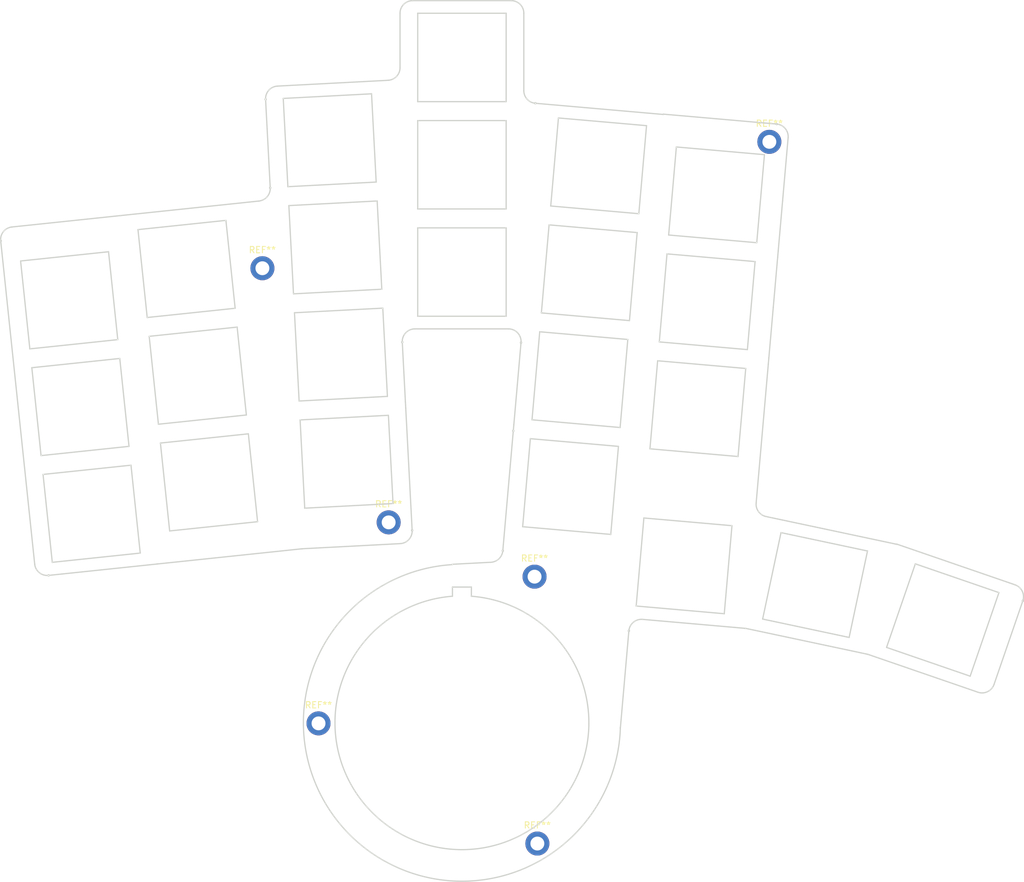
<source format=kicad_pcb>
(kicad_pcb (version 20211014) (generator pcbnew)
  (title_block (title "skyline_pcb") (rev "v1.0.0") (company "Unknown"))
  (layers (0 "F.Cu" signal) (31 "B.Cu" signal) (34 "B.Paste" user) (35 "F.Paste" user) (36 "B.SilkS" user "B.Silkscreen") (37 "F.SilkS" user "F.Silkscreen") (38 "B.Mask" user) (39 "F.Mask" user) (44 "Edge.Cuts" user))
  (net 0 "")
  (footprint "MountingHole:MountingHole_2.2mm_M2_DIN965_Pad_TopBottom" (layer "F.Cu") (at 201.949696 142.778726)
    (fp_text reference "REF**" (at 0 -2.9) (layer "F.SilkS"))
    (fp_text value "MountingHole_2.2mm_M2_DIN965_Pad_TopBottom")
    (pad "1" connect circle (at 0 0) (size 3.8 3.8) (layers "B.Cu" "B.Mask"))
    (pad "1" thru_hole circle (at 0 0) (size 2.6 2.6) (drill 2.2) (layers *.Cu *.Mask))
    (pad "1" connect circle (at 0 0) (size 3.8 3.8) (layers "F.Cu" "F.Mask"))
  )
  (footprint "MountingHole:MountingHole_2.2mm_M2_DIN965_Pad_TopBottom" (layer "F.Cu") (at 121.68498 162.802414)
    (fp_text reference "REF**" (at 0 -2.9) (layer "F.SilkS"))
    (fp_text value "MountingHole_2.2mm_M2_DIN965_Pad_TopBottom")
    (pad "1" connect circle (at 0 0) (size 3.8 3.8) (layers "F.Cu" "F.Mask"))
    (pad "1" connect circle (at 0 0) (size 3.8 3.8) (layers "B.Cu" "B.Mask"))
    (pad "1" thru_hole circle (at 0 0) (size 2.6 2.6) (drill 2.2) (layers *.Cu *.Mask))
  )
  (footprint "MountingHole:MountingHole_2.2mm_M2_DIN965_Pad_TopBottom" (layer "F.Cu") (at 164.77498 211.662414)
    (fp_text reference "REF**" (at 0 -2.9) (layer "F.SilkS"))
    (fp_text value "MountingHole_2.2mm_M2_DIN965_Pad_TopBottom")
    (pad "1" connect circle (at 0 0) (size 3.8 3.8) (layers "B.Cu" "B.Mask"))
    (pad "1" connect circle (at 0 0) (size 3.8 3.8) (layers "F.Cu" "F.Mask"))
    (pad "1" thru_hole circle (at 0 0) (size 2.6 2.6) (drill 2.2) (layers *.Cu *.Mask))
  )
  (footprint "MountingHole:MountingHole_2.2mm_M2_DIN965_Pad_TopBottom" (layer "F.Cu") (at 141.67498 203.062414)
    (fp_text reference "REF**" (at 0 -2.9) (layer "F.SilkS"))
    (fp_text value "MountingHole_2.2mm_M2_DIN965_Pad_TopBottom")
    (pad "1" connect circle (at 0 0) (size 3.8 3.8) (layers "B.Cu" "B.Mask"))
    (pad "1" connect circle (at 0 0) (size 3.8 3.8) (layers "F.Cu" "F.Mask"))
    (pad "1" thru_hole circle (at 0 0) (size 2.6 2.6) (drill 2.2) (layers *.Cu *.Mask))
  )
  (footprint "MountingHole:MountingHole_2.2mm_M2_DIN965_Pad_TopBottom" (layer "F.Cu") (at 165.219529 253.941711)
    (fp_text reference "REF**" (at 0 -2.9) (layer "F.SilkS"))
    (fp_text value "MountingHole_2.2mm_M2_DIN965_Pad_TopBottom")
    (pad "1" thru_hole circle (at 0 0) (size 2.6 2.6) (drill 2.2) (layers *.Cu *.Mask))
    (pad "1" connect circle (at 0 0) (size 3.8 3.8) (layers "F.Cu" "F.Mask"))
    (pad "1" connect circle (at 0 0) (size 3.8 3.8) (layers "B.Cu" "B.Mask"))
  )
  (footprint "MountingHole:MountingHole_2.2mm_M2_DIN965_Pad_TopBottom" (layer "F.Cu") (at 130.571078 234.9041)
    (fp_text reference "REF**" (at 0 -2.9) (layer "F.SilkS"))
    (fp_text value "MountingHole_2.2mm_M2_DIN965_Pad_TopBottom")
    (pad "1" connect circle (at 0 0) (size 3.8 3.8) (layers "B.Cu" "B.Mask"))
    (pad "1" thru_hole circle (at 0 0) (size 2.6 2.6) (drill 2.2) (layers *.Cu *.Mask))
    (pad "1" connect circle (at 0 0) (size 3.8 3.8) (layers "F.Cu" "F.Mask"))
  )
  (gr_arc (start 203.103219 139.961907) (mid 204.460997 140.668717) (end 204.921297 142.128608) (layer "Edge.Cuts") (width 0.2))
  (gr_line (start 178.366926 235.556075) (end 179.706189 220.248235) (layer "Edge.Cuts") (width 0.2))
  (gr_arc (start 240.841714 212.951893) (mid 241.988157 213.966195) (end 242.081615 215.494067) (layer "Edge.Cuts") (width 0.2))
  (gr_line (start 179.800731 171.099449) (end 181.020911 157.152723) (layer "Edge.Cuts") (width 0.2))
  (gr_line (start 196.03096 203.587634) (end 182.084234 202.367454) (layer "Edge.Cuts") (width 0.2))
  (gr_line (start 146.27498 136.409107) (end 160.27498 136.409107) (layer "Edge.Cuts") (width 0.2))
  (gr_line (start 145.82847 172.409107) (end 160.63936 172.409107) (layer "Edge.Cuts") (width 0.2))
  (gr_line (start 238.299541 214.191794) (end 225.062281 209.63384) (layer "Edge.Cuts") (width 0.2))
  (gr_line (start 184.524595 174.474002) (end 198.471321 175.694182) (layer "Edge.Cuts") (width 0.2))
  (gr_line (start 160.27498 139.409107) (end 146.27498 139.409107) (layer "Edge.Cuts") (width 0.2))
  (gr_line (start 126.607013 166.859529) (end 140.587827 166.126825) (layer "Edge.Cuts") (width 0.2))
  (gr_arc (start 87.831211 211.4625) (mid 87.831211 211.4625) (end 87.831211 211.4625) (layer "Edge.Cuts") (width 0.2))
  (gr_line (start 122.188436 136.048554) (end 122.922888 150.062739) (layer "Edge.Cuts") (width 0.2))
  (gr_line (start 105.536704 190.49692) (end 107.000103 204.420227) (layer "Edge.Cuts") (width 0.2))
  (gr_arc (start 203.103219 139.961907) (mid 203.103219 139.961907) (end 203.103219 139.961907) (layer "Edge.Cuts") (width 0.2))
  (gr_line (start 185.167357 138.442913) (end 185.171715 138.393104) (layer "Edge.Cuts") (width 0.2))
  (gr_line (start 119.460011 189.033522) (end 105.536704 190.49692) (layer "Edge.Cuts") (width 0.2))
  (gr_line (start 196.989673 192.629492) (end 198.209853 178.682766) (layer "Edge.Cuts") (width 0.2))
  (gr_line (start 199.952968 158.758873) (end 201.173149 144.812147) (layer "Edge.Cuts") (width 0.2))
  (gr_arc (start 145.39369 204.327659) (mid 144.882767 205.770648) (end 143.501103 206.42959) (layer "Edge.Cuts") (width 0.2))
  (gr_line (start 220.504327 222.8711) (end 233.741587 227.429054) (layer "Edge.Cuts") (width 0.2))
  (gr_line (start 198.209853 178.682766) (end 184.263128 177.462586) (layer "Edge.Cuts") (width 0.2))
  (gr_line (start 144.378373 184.954246) (end 145.39369 204.327659) (layer "Edge.Cuts") (width 0.2))
  (gr_line (start 119.146425 186.049956) (end 117.683027 172.12665) (layer "Edge.Cuts") (width 0.2))
  (gr_line (start 161.495856 187.566737) (end 162.63175 174.583418) (layer "Edge.Cuts") (width 0.2))
  (gr_line (start 168.555833 138.997233) (end 167.335653 152.943959) (layer "Edge.Cuts") (width 0.2))
  (gr_line (start 163.07498 134.677418) (end 163.07498 122.409107) (layer "Edge.Cuts") (width 0.2))
  (gr_arc (start 179.706189 220.248235) (mid 180.413006 218.890449) (end 181.872889 218.430157) (layer "Edge.Cuts") (width 0.2))
  (gr_line (start 164.372357 186.814578) (end 178.319083 188.034759) (layer "Edge.Cuts") (width 0.2))
  (gr_line (start 194.810779 217.53436) (end 196.03096 203.587634) (layer "Edge.Cuts") (width 0.2))
  (gr_line (start 140.744835 169.122714) (end 126.764021 169.855417) (layer "Edge.Cuts") (width 0.2))
  (gr_line (start 86.640788 192.482961) (end 100.564095 191.019563) (layer "Edge.Cuts") (width 0.2))
  (gr_line (start 217.65277 224.004472) (end 234.981487 229.971228) (layer "Edge.Cuts") (width 0.2))
  (gr_line (start 83.400406 161.652783) (end 84.863804 175.576089) (layer "Edge.Cuts") (width 0.2))
  (gr_line (start 146.27498 139.409107) (end 146.27498 153.409107) (layer "Edge.Cuts") (width 0.2))
  (gr_line (start 139.698116 149.150123) (end 138.965412 135.16931) (layer "Edge.Cuts") (width 0.2))
  (gr_line (start 167.074186 155.932543) (end 165.854005 169.879269) (layer "Edge.Cuts") (width 0.2))
  (gr_line (start 82.029881 156.266535) (end 99.23511 154.458192) (layer "Edge.Cuts") (width 0.2))
  (gr_line (start 178.319083 188.034759) (end 179.539264 174.088033) (layer "Edge.Cuts") (width 0.2))
  (gr_line (start 161.408701 188.562932) (end 161.495856 187.566737) (layer "Edge.Cuts") (width 0.2))
  (gr_line (start 141.477538 183.103527) (end 140.744835 169.122714) (layer "Edge.Cuts") (width 0.2))
  (gr_line (start 107.000103 204.420227) (end 120.923409 202.956829) (layer "Edge.Cuts") (width 0.2))
  (gr_line (start 160.27498 170.409107) (end 160.27498 156.409107) (layer "Edge.Cuts") (width 0.2))
  (gr_arc (start 237.523661 228.731327) (mid 236.509363 229.877762) (end 234.981487 229.971228) (layer "Edge.Cuts") (width 0.2))
  (gr_line (start 201.173149 144.812147) (end 187.226423 143.591966) (layer "Edge.Cuts") (width 0.2))
  (gr_arc (start 145.39369 204.327659) (mid 145.39369 204.327659) (end 145.39369 204.327659) (layer "Edge.Cuts") (width 0.2))
  (gr_line (start 198.122609 219.837967) (end 217.417457 223.939213) (layer "Edge.Cuts") (width 0.2))
  (gr_line (start 185.744775 160.527276) (end 184.524595 174.474002) (layer "Edge.Cuts") (width 0.2))
  (gr_line (start 181.020911 157.152723) (end 167.074186 155.932543) (layer "Edge.Cuts") (width 0.2))
  (gr_line (start 141.634546 186.099416) (end 127.653733 186.832119) (layer "Edge.Cuts") (width 0.2))
  (gr_line (start 203.352494 160.060112) (end 203.265338 161.056307) (layer "Edge.Cuts") (width 0.2))
  (gr_line (start 199.857412 200.009083) (end 201.783691 177.991617) (layer "Edge.Cuts") (width 0.2))
  (gr_line (start 100.564095 191.019563) (end 99.100696 177.096256) (layer "Edge.Cuts") (width 0.2))
  (gr_line (start 87.831211 211.4625) (end 105.03644 209.654158) (layer "Edge.Cuts") (width 0.2))
  (gr_line (start 138.965412 135.16931) (end 124.984599 135.902013) (layer "Edge.Cuts") (width 0.2))
  (gr_line (start 167.335653 152.943959) (end 181.282378 154.164139) (layer "Edge.Cuts") (width 0.2))
  (gr_line (start 184.263128 177.462586) (end 183.042947 191.409312) (layer "Edge.Cuts") (width 0.2))
  (gr_line (start 182.084234 202.367454) (end 180.864054 216.314179) (layer "Edge.Cuts") (width 0.2))
  (gr_line (start 117.683027 172.12665) (end 103.75972 173.590048) (layer "Edge.Cuts") (width 0.2))
  (gr_line (start 128.386436 200.812933) (end 142.367249 200.080229) (layer "Edge.Cuts") (width 0.2))
  (gr_line (start 164.900668 136.669808) (end 185.167357 138.442913) (layer "Edge.Cuts") (width 0.2))
  (gr_arc (start 159.746691 207.559791) (mid 159.746691 207.559791) (end 159.746691 207.559791) (layer "Edge.Cuts") (width 0.2))
  (gr_line (start 146.27498 170.409107) (end 160.27498 170.409107) (layer "Edge.Cuts") (width 0.2))
  (gr_line (start 204.921297 142.128608) (end 204.04974 152.090555) (layer "Edge.Cuts") (width 0.2))
  (gr_line (start 97.323712 160.189384) (end 83.400406 161.652783) (layer "Edge.Cuts") (width 0.2))
  (gr_line (start 203.795473 204.686322) (end 200.884709 218.380388) (layer "Edge.Cuts") (width 0.2))
  (gr_arc (start 122.922888 150.062739) (mid 122.922888 150.062739) (end 122.922888 150.062739) (layer "Edge.Cuts") (width 0.2))
  (gr_line (start 183.042947 191.409312) (end 196.989673 192.629492) (layer "Edge.Cuts") (width 0.2))
  (gr_line (start 157.858973 209.382739) (end 151.75162 209.702811) (layer "Edge.Cuts") (width 0.2))
  (gr_line (start 151.77498 213.309107) (end 151.77498 214.765155) (layer "Edge.Cuts") (width 0.2))
  (gr_arc (start 143.831211 174.513779) (mid 144.377707 173.032384) (end 145.82847 172.409107) (layer "Edge.Cuts") (width 0.2))
  (gr_line (start 84.863804 175.576089) (end 98.787111 174.112691) (layer "Edge.Cuts") (width 0.2))
  (gr_arc (start 80.249895 158.464636) (mid 80.684641 156.996932) (end 82.029882 156.266535) (layer "Edge.Cuts") (width 0.2))
  (gr_line (start 217.489539 207.597085) (end 203.795473 204.686322) (layer "Edge.Cuts") (width 0.2))
  (gr_line (start 160.27498 122.409107) (end 146.27498 122.409107) (layer "Edge.Cuts") (width 0.2))
  (gr_line (start 146.27498 153.409107) (end 160.27498 153.409107) (layer "Edge.Cuts") (width 0.2))
  (gr_arc (start 122.188436 136.048554) (mid 122.699403 134.605631) (end 124.081023 133.946623) (layer "Edge.Cuts") (width 0.2))
  (gr_arc (start 201.433978 202.139689) (mid 200.242091 201.373035) (end 199.857412 200.009083) (layer "Edge.Cuts") (width 0.2))
  (gr_line (start 140.587827 166.126825) (end 139.855123 152.146012) (layer "Edge.Cuts") (width 0.2))
  (gr_arc (start 159.746691 207.559791) (mid 159.143611 208.824142) (end 157.858973 209.382739) (layer "Edge.Cuts") (width 0.2))
  (gr_line (start 125.717302 149.882827) (end 139.698116 149.150123) (layer "Edge.Cuts") (width 0.2))
  (gr_line (start 99.100696 177.096256) (end 85.17739 178.559655) (layer "Edge.Cuts") (width 0.2))
  (gr_line (start 144.326037 183.955616) (end 144.378373 184.954246) (layer "Edge.Cuts") (width 0.2))
  (gr_line (start 151.75162 209.702811) (end 151.754366 209.75521) (layer "Edge.Cuts") (width 0.2))
  (gr_line (start 160.27498 156.409107) (end 146.27498 156.409107) (layer "Edge.Cuts") (width 0.2))
  (gr_line (start 202.568092 169.025865) (end 201.870846 176.995422) (layer "Edge.Cuts") (width 0.2))
  (gr_line (start 124.984599 135.902013) (end 125.717302 149.882827) (layer "Edge.Cuts") (width 0.2))
  (gr_line (start 159.746691 207.559791) (end 161.408701 188.562932) (layer "Edge.Cuts") (width 0.2))
  (gr_line (start 186.006242 157.538692) (end 199.952968 158.758873) (layer "Edge.Cuts") (width 0.2))
  (gr_line (start 225.062281 209.63384) (end 220.504327 222.8711) (layer "Edge.Cuts") (width 0.2))
  (gr_arc (start 87.831211 211.4625) (mid 86.363499 211.027759) (end 85.633111 209.682513) (layer "Edge.Cuts") (width 0.2))
  (gr_line (start 145.47498 120.409107) (end 161.07498 120.409107) (layer "Edge.Cuts") (width 0.2))
  (gr_line (start 143.831211 174.513779) (end 144.326037 183.955616) (layer "Edge.Cuts") (width 0.2))
  (gr_line (start 88.417772 209.389834) (end 102.341079 207.926435) (layer "Edge.Cuts") (width 0.2))
  (gr_line (start 214.578776 221.291152) (end 217.489539 207.597085) (layer "Edge.Cuts") (width 0.2))
  (gr_arc (start 178.360471 235.662395) (mid 135.764367 252.792113) (end 151.754366 209.75521) (layer "Edge.Cuts") (width 0.2))
  (gr_line (start 117.369441 169.143084) (end 115.906043 155.219778) (layer "Edge.Cuts") (width 0.2))
  (gr_arc (start 143.47498 131.0323) (mid 142.92572 132.409004) (end 141.579652 133.029559) (layer "Edge.Cuts") (width 0.2))
  (gr_arc (start 161.07498 120.409107) (mid 162.48921 120.994879) (end 163.07498 122.409107) (layer "Edge.Cuts") (width 0.2))
  (gr_line (start 181.282378 154.164139) (end 182.502559 140.217413) (layer "Edge.Cuts") (width 0.2))
  (gr_arc (start 164.900668 136.669808) (mid 163.600434 136.028588) (end 163.07498 134.677418) (layer "Edge.Cuts") (width 0.2))
  (gr_line (start 162.89071 203.749888) (end 176.837435 204.970069) (layer "Edge.Cuts") (width 0.2))
  (gr_line (start 143.47498 131.0323) (end 143.47498 122.409107) (layer "Edge.Cuts") (width 0.2))
  (gr_line (start 222.120447 206.505644) (end 240.841714 212.951893) (layer "Edge.Cuts") (width 0.2))
  (gr_arc (start 242.081615 215.494067) (mid 242.081615 215.494067) (end 242.081615 215.494067) (layer "Edge.Cuts") (width 0.2))
  (gr_line (start 185.171715 138.393104) (end 203.103219 139.961907) (layer "Edge.Cuts") (width 0.2))
  (gr_line (start 126.764021 169.855417) (end 127.496725 183.836231) (layer "Edge.Cuts") (width 0.2))
  (gr_arc (start 217.417457 223.939213) (mid 217.536111 223.968246) (end 217.65277 224.004471) (layer "Edge.Cuts") (width 0.2))
  (gr_line (start 233.741587 227.429054) (end 238.299541 214.191794) (layer "Edge.Cuts") (width 0.2))
  (gr_line (start 102.341079 207.926435) (end 100.87768 194.003128) (layer "Edge.Cuts") (width 0.2))
  (gr_arc (start 143.47498 122.409107) (mid 144.060755 120.994885) (end 145.47498 120.409107) (layer "Edge.Cuts") (width 0.2))
  (gr_arc (start 122.188436 136.048554) (mid 122.188436 136.048554) (end 122.188436 136.048554) (layer "Edge.Cuts") (width 0.2))
  (gr_line (start 165.854005 169.879269) (end 179.800731 171.099449) (layer "Edge.Cuts") (width 0.2))
  (gr_line (start 198.471321 175.694182) (end 199.691501 161.747457) (layer "Edge.Cuts") (width 0.2))
  (gr_line (start 128.026151 207.240598) (end 143.501103 206.42959) (layer "Edge.Cuts") (width 0.2))
  (gr_line (start 154.77498 214.765155) (end 154.77498 213.309107) (layer "Edge.Cuts") (width 0.2))
  (gr_arc (start 161.408701 188.562932) (mid 161.408701 188.562932) (end 161.408701 188.562932) (layer "Edge.Cuts") (width 0.2))
  (gr_arc (start 143.831211 174.513779) (mid 143.831211 174.513779) (end 143.831211 174.513779) (layer "Edge.Cuts") (width 0.2))
  (gr_line (start 164.11089 189.803162) (end 162.89071 203.749888) (layer "Edge.Cuts") (width 0.2))
  (gr_line (start 105.223119 187.513355) (end 119.146425 186.049956) (layer "Edge.Cuts") (width 0.2))
  (gr_arc (start 80.249895 158.464636) (mid 80.249895 158.464636) (end 80.249895 158.464636) (layer "Edge.Cuts") (width 0.2))
  (gr_line (start 103.75972 173.590048) (end 105.223119 187.513355) (layer "Edge.Cuts") (width 0.2))
  (gr_line (start 160.27498 153.409107) (end 160.27498 139.409107) (layer "Edge.Cuts") (width 0.2))
  (gr_arc (start 164.900668 136.669808) (mid 164.900668 136.669808) (end 164.900668 136.669808) (layer "Edge.Cuts") (width 0.2))
  (gr_line (start 204.04974 152.090555) (end 203.352494 160.060112) (layer "Edge.Cuts") (width 0.2))
  (gr_line (start 237.523661 228.731327) (end 242.081615 215.494067) (layer "Edge.Cuts") (width 0.2))
  (gr_arc (start 162.63175 174.583418) (mid 162.63175 174.583418) (end 162.63175 174.583418) (layer "Edge.Cuts") (width 0.2))
  (gr_line (start 160.27498 136.409107) (end 160.27498 122.409107) (layer "Edge.Cuts") (width 0.2))
  (gr_line (start 100.87768 194.003128) (end 86.954373 195.466527) (layer "Edge.Cuts") (width 0.2))
  (gr_line (start 98.787111 174.112691) (end 97.323712 160.189384) (layer "Edge.Cuts") (width 0.2))
  (gr_line (start 85.17739 178.559655) (end 86.640788 192.482961) (layer "Edge.Cuts") (width 0.2))
  (gr_line (start 120.923409 202.956829) (end 119.460011 189.033522) (layer "Edge.Cuts") (width 0.2))
  (gr_line (start 142.367249 200.080229) (end 141.634546 186.099416) (layer "Edge.Cuts") (width 0.2))
  (gr_line (start 198.122609 219.837967) (end 198.121406 219.851718) (layer "Edge.Cuts") (width 0.2))
  (gr_arc (start 122.922888 150.062739) (mid 122.446429 151.466308) (end 121.134686 152.156454) (layer "Edge.Cuts") (width 0.2))
  (gr_line (start 139.855123 152.146012) (end 125.87431 152.878715) (layer "Edge.Cuts") (width 0.2))
  (gr_line (start 101.982736 156.683176) (end 103.446135 170.606483) (layer "Edge.Cuts") (width 0.2))
  (gr_line (start 176.837435 204.970069) (end 178.057616 191.023343) (layer "Edge.Cuts") (width 0.2))
  (gr_line (start 179.539264 174.088033) (end 165.592538 172.867853) (layer "Edge.Cuts") (width 0.2))
  (gr_arc (start 160.63936 172.409107) (mid 162.113916 173.057935) (end 162.63175 174.583418) (layer "Edge.Cuts") (width 0.2))
  (gr_line (start 180.864054 216.314179) (end 194.810779 217.53436) (layer "Edge.Cuts") (width 0.2))
  (gr_arc (start 154.77498 214.765155) (mid 153.27498 254.909107) (end 151.77498 214.765155) (layer "Edge.Cuts") (width 0.2))
  (gr_line (start 127.496725 183.836231) (end 141.477538 183.103527) (layer "Edge.Cuts") (width 0.2))
  (gr_line (start 103.446135 170.606483) (end 117.369441 169.143084) (layer "Edge.Cuts") (width 0.2))
  (gr_arc (start 127.921766 207.248813) (mid 127.973905 207.244023) (end 128.026151 207.240598) (layer "Edge.Cuts") (width 0.2))
  (gr_line (start 146.27498 122.409107) (end 146.27498 136.409107) (layer "Edge.Cuts") (width 0.2))
  (gr_line (start 124.081023 133.946623) (end 141.579652 133.029559) (layer "Edge.Cuts") (width 0.2))
  (gr_line (start 203.265338 161.056307) (end 202.568092 169.025865) (layer "Edge.Cuts") (width 0.2))
  (gr_line (start 86.954373 195.466527) (end 88.417772 209.389834) (layer "Edge.Cuts") (width 0.2))
  (gr_line (start 178.057616 191.023343) (end 164.11089 189.803162) (layer "Edge.Cuts") (width 0.2))
  (gr_line (start 201.433978 202.139689) (end 222.110471 206.534614) (layer "Edge.Cuts") (width 0.2))
  (gr_arc (start 179.706188 220.248235) (mid 179.706188 220.248235) (end 179.706188 220.248235) (layer "Edge.Cuts") (width 0.2))
  (gr_line (start 182.502559 140.217413) (end 168.555833 138.997233) (layer "Edge.Cuts") (width 0.2))
  (gr_line (start 199.691501 161.747457) (end 185.744775 160.527276) (layer "Edge.Cuts") (width 0.2))
  (gr_line (start 200.884709 218.380388) (end 214.578776 221.291152) (layer "Edge.Cuts") (width 0.2))
  (gr_line (start 222.110471 206.534614) (end 222.120447 206.505644) (layer "Edge.Cuts") (width 0.2))
  (gr_line (start 105.03644 209.654158) (end 127.921766 207.248813) (layer "Edge.Cuts") (width 0.2))
  (gr_line (start 201.870846 176.995422) (end 201.783691 177.991617) (layer "Edge.Cuts") (width 0.2))
  (gr_line (start 115.906043 155.219778) (end 101.982736 156.683176) (layer "Edge.Cuts") (width 0.2))
  (gr_line (start 165.592538 172.867853) (end 164.372357 186.814578) (layer "Edge.Cuts") (width 0.2))
  (gr_arc (start 178.360472 235.662395) (mid 178.362991 235.609192) (end 178.366926 235.556075) (layer "Edge.Cuts") (width 0.2))
  (gr_line (start 154.77498 213.309107) (end 151.77498 213.309107) (layer "Edge.Cuts") (width 0.2))
  (gr_line (start 125.87431 152.878715) (end 126.607013 166.859529) (layer "Edge.Cuts") (width 0.2))
  (gr_line (start 99.235111 154.458192) (end 121.134686 152.156454) (layer "Edge.Cuts") (width 0.2))
  (gr_line (start 80.249895 158.464636) (end 85.633111 209.682513) (layer "Edge.Cuts") (width 0.2))
  (gr_line (start 181.872889 218.430157) (end 198.121406 219.851718) (layer "Edge.Cuts") (width 0.2))
  (gr_line (start 187.226423 143.591966) (end 186.006242 157.538692) (layer "Edge.Cuts") (width 0.2))
  (gr_line (start 146.27498 156.409107) (end 146.27498 170.409107) (layer "Edge.Cuts") (width 0.2))
  (gr_line (start 127.653733 186.832119) (end 128.386436 200.812933) (layer "Edge.Cuts") (width 0.2))
)
</source>
